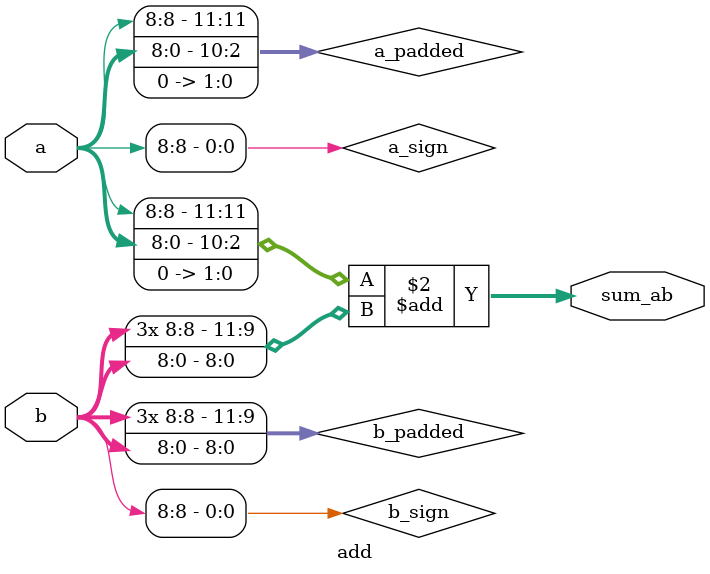
<source format=v>
module add(a, b, sum_ab);
  parameter integer N_BITS_A = 9;
  parameter integer BIN_PT_A = 6;
  parameter integer N_BITS_B = 9;
  parameter integer BIN_PT_B = 8;

  // derived parameters
  localparam integer WHOLE_BITS_A =       N_BITS_A-BIN_PT_A;
  localparam integer WHOLE_BITS_B =       N_BITS_B-BIN_PT_B;
  localparam integer WHOLE_BITS_OUT = (WHOLE_BITS_A > WHOLE_BITS_B) ? WHOLE_BITS_A: WHOLE_BITS_B;

  localparam integer BIN_PT_OUT = (BIN_PT_A > BIN_PT_B) ? BIN_PT_A: BIN_PT_B;
  localparam integer N_BITS_OUT = WHOLE_BITS_OUT + BIN_PT_OUT + 1; 

  input wire [N_BITS_A-1:0] a;
  input wire [N_BITS_B-1:0] b;
  output reg [N_BITS_OUT-1:0] sum_ab;

  // padding to align binary points
  localparam integer BIN_PT_PAD_A =       BIN_PT_OUT - BIN_PT_A;
  localparam integer BIN_PT_PAD_B =       BIN_PT_OUT - BIN_PT_B;

  // number of sign extension bits
  localparam integer WHOLE_BITS_PAD_A =   WHOLE_BITS_OUT - WHOLE_BITS_A + 1;
  localparam integer WHOLE_BITS_PAD_B =   WHOLE_BITS_OUT - WHOLE_BITS_B + 1;

  // sign extend and pad a,b
  wire a_sign = a[N_BITS_A-1]; 
  wire b_sign = b[N_BITS_B-1]; 
  wire [N_BITS_OUT-1:0] a_padded = {{WHOLE_BITS_PAD_A{a_sign}}, {a}, {BIN_PT_PAD_A{1'b0}}};
  wire [N_BITS_OUT-1:0] b_padded = {{WHOLE_BITS_PAD_B{b_sign}}, {b}, {BIN_PT_PAD_B{1'b0}}};

  // sum the padded 2's complement values
  always @ (a_padded, b_padded) begin
    sum_ab = a_padded + b_padded;
  end //always

endmodule

</source>
